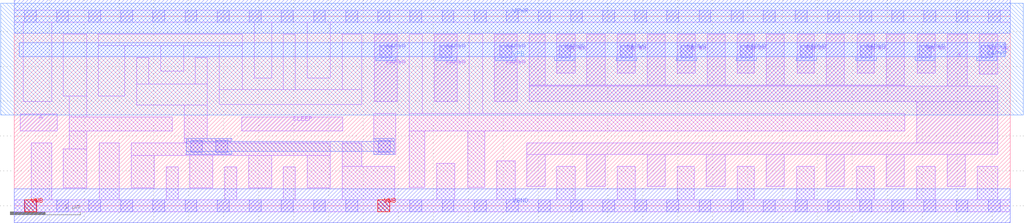
<source format=lef>
# Copyright 2020 The SkyWater PDK Authors
#
# Licensed under the Apache License, Version 2.0 (the "License");
# you may not use this file except in compliance with the License.
# You may obtain a copy of the License at
#
#     https://www.apache.org/licenses/LICENSE-2.0
#
# Unless required by applicable law or agreed to in writing, software
# distributed under the License is distributed on an "AS IS" BASIS,
# WITHOUT WARRANTIES OR CONDITIONS OF ANY KIND, either express or implied.
# See the License for the specific language governing permissions and
# limitations under the License.
#
# SPDX-License-Identifier: Apache-2.0

VERSION 5.7 ;
  NOWIREEXTENSIONATPIN ON ;
  DIVIDERCHAR "/" ;
  BUSBITCHARS "[]" ;
MACRO sky130_fd_sc_hd__lpflow_isobufsrckapwr_16
  CLASS CORE ;
  FOREIGN sky130_fd_sc_hd__lpflow_isobufsrckapwr_16 ;
  ORIGIN  0.000000  0.000000 ;
  SIZE  14.26000 BY  2.720000 ;
  SYMMETRY X Y R90 ;
  SITE unithd ;
  PIN A
    ANTENNAGATEAREA  0.247500 ;
    DIRECTION INPUT ;
    USE SIGNAL ;
    PORT
      LAYER li1 ;
        RECT 0.085000 1.075000 0.615000 1.320000 ;
    END
  END A
  PIN SLEEP
    ANTENNAGATEAREA  0.990000 ;
    DIRECTION INPUT ;
    USE SIGNAL ;
    PORT
      LAYER li1 ;
        RECT 3.260000 1.075000 4.700000 1.275000 ;
    END
  END SLEEP
  PIN X
    ANTENNADIFFAREA  3.180800 ;
    DIRECTION OUTPUT ;
    USE SIGNAL ;
    PORT
      LAYER li1 ;
        RECT  7.340000 0.280000  7.600000 0.735000 ;
        RECT  7.340000 0.735000 14.085000 0.905000 ;
        RECT  7.375000 1.495000 14.085000 1.720000 ;
        RECT  7.375000 1.720000 12.745000 1.735000 ;
        RECT  7.375000 1.735000  7.600000 2.460000 ;
        RECT  8.200000 0.280000  8.460000 0.735000 ;
        RECT  8.200000 1.735000  8.460000 2.460000 ;
        RECT  9.060000 0.280000  9.320000 0.735000 ;
        RECT  9.060000 1.735000  9.320000 2.460000 ;
        RECT  9.905000 0.280000 10.180000 0.735000 ;
        RECT  9.920000 1.735000 10.180000 2.460000 ;
        RECT 10.765000 0.280000 11.025000 0.735000 ;
        RECT 10.765000 1.735000 11.025000 2.460000 ;
        RECT 11.625000 0.280000 11.885000 0.735000 ;
        RECT 11.625000 1.735000 11.885000 2.460000 ;
        RECT 12.485000 0.280000 12.745000 0.735000 ;
        RECT 12.485000 1.735000 12.745000 2.460000 ;
        RECT 12.920000 0.905000 14.085000 1.495000 ;
        RECT 13.355000 0.280000 13.615000 0.735000 ;
        RECT 13.355000 1.720000 13.645000 2.460000 ;
    END
  END X
  PIN KAPWR
    DIRECTION INOUT ;
    SHAPE ABUTMENT ;
    USE POWER ;
    PORT
      LAYER li1 ;
        RECT 10.350000 1.905000 10.595000 2.465000 ;
      LAYER mcon ;
        RECT 10.395000 2.125000 10.565000 2.295000 ;
    END
    PORT
      LAYER li1 ;
        RECT 11.210000 1.905000 11.455000 2.465000 ;
      LAYER mcon ;
        RECT 11.255000 2.125000 11.425000 2.295000 ;
    END
    PORT
      LAYER li1 ;
        RECT 12.070000 1.905000 12.315000 2.465000 ;
      LAYER mcon ;
        RECT 12.110000 2.125000 12.280000 2.295000 ;
    END
    PORT
      LAYER li1 ;
        RECT 12.930000 1.905000 13.185000 2.465000 ;
      LAYER mcon ;
        RECT 12.960000 2.125000 13.130000 2.295000 ;
    END
    PORT
      LAYER li1 ;
        RECT 13.815000 1.890000 14.085000 2.465000 ;
      LAYER mcon ;
        RECT 13.840000 2.125000 14.010000 2.295000 ;
    END
    PORT
      LAYER li1 ;
        RECT 5.155000 1.495000 5.485000 2.465000 ;
      LAYER mcon ;
        RECT 5.235000 2.125000 5.405000 2.295000 ;
    END
    PORT
      LAYER li1 ;
        RECT 6.015000 1.495000 6.345000 2.465000 ;
      LAYER mcon ;
        RECT 6.095000 2.125000 6.265000 2.295000 ;
    END
    PORT
      LAYER li1 ;
        RECT 6.875000 1.495000 7.205000 2.465000 ;
      LAYER mcon ;
        RECT 6.950000 2.125000 7.120000 2.295000 ;
    END
    PORT
      LAYER li1 ;
        RECT 7.770000 1.905000 8.030000 2.465000 ;
      LAYER mcon ;
        RECT 7.800000 2.125000 7.970000 2.295000 ;
    END
    PORT
      LAYER li1 ;
        RECT 8.630000 1.905000 8.890000 2.465000 ;
      LAYER mcon ;
        RECT 8.680000 2.125000 8.850000 2.295000 ;
    END
    PORT
      LAYER li1 ;
        RECT 9.490000 1.905000 9.750000 2.465000 ;
      LAYER mcon ;
        RECT 9.540000 2.125000 9.710000 2.295000 ;
    END
    PORT
      LAYER met1 ;
        RECT  0.070000 2.140000 14.190000 2.340000 ;
        RECT  5.175000 2.080000  5.465000 2.140000 ;
        RECT  6.035000 2.080000  6.325000 2.140000 ;
        RECT  6.890000 2.080000  7.180000 2.140000 ;
        RECT  7.740000 2.080000  8.030000 2.140000 ;
        RECT  8.620000 2.080000  8.910000 2.140000 ;
        RECT  9.480000 2.080000  9.770000 2.140000 ;
        RECT 10.335000 2.080000 10.625000 2.140000 ;
        RECT 11.195000 2.080000 11.485000 2.140000 ;
        RECT 12.050000 2.080000 12.340000 2.140000 ;
        RECT 12.900000 2.080000 13.190000 2.140000 ;
        RECT 13.780000 2.080000 14.070000 2.140000 ;
    END
  END KAPWR
  PIN VGND
    DIRECTION INOUT ;
    SHAPE ABUTMENT ;
    USE GROUND ;
    PORT
      LAYER met1 ;
        RECT 0.000000 -0.240000 14.260000 0.240000 ;
    END
  END VGND
  PIN VNB
    DIRECTION INOUT ;
    USE GROUND ;
    PORT
      LAYER pwell ;
        RECT 0.150000 -0.085000 0.320000 0.085000 ;
    END
    PORT
      LAYER pwell ;
        RECT 5.205000 -0.085000 5.375000 0.085000 ;
    END
  END VNB
  PIN VPB
    DIRECTION INOUT ;
    USE POWER ;
    PORT
      LAYER nwell ;
        RECT -0.190000 1.305000 14.450000 2.910000 ;
    END
  END VPB
  PIN VPWR
    DIRECTION INOUT ;
    SHAPE ABUTMENT ;
    USE POWER ;
    PORT
      LAYER met1 ;
        RECT 0.000000 2.480000 14.260000 2.960000 ;
    END
  END VPWR
  OBS
    LAYER li1 ;
      RECT  0.000000 -0.085000 14.260000 0.085000 ;
      RECT  0.000000  2.635000 14.260000 2.805000 ;
      RECT  0.130000  1.495000  0.535000 2.635000 ;
      RECT  0.245000  0.085000  0.535000 0.905000 ;
      RECT  0.705000  0.255000  1.035000 0.815000 ;
      RECT  0.705000  1.575000  1.035000 2.465000 ;
      RECT  0.785000  0.815000  1.035000 1.075000 ;
      RECT  0.785000  1.075000  2.265000 1.275000 ;
      RECT  0.785000  1.275000  1.035000 1.575000 ;
      RECT  1.205000  1.575000  1.585000 2.295000 ;
      RECT  1.205000  2.295000  3.265000 2.465000 ;
      RECT  1.215000  0.085000  1.505000 0.905000 ;
      RECT  1.675000  0.255000  2.005000 0.725000 ;
      RECT  1.675000  0.725000  4.525000 0.905000 ;
      RECT  1.755000  1.445000  2.765000 1.745000 ;
      RECT  1.755000  1.745000  1.925000 2.125000 ;
      RECT  2.095000  1.935000  2.425000 2.295000 ;
      RECT  2.175000  0.085000  2.345000 0.555000 ;
      RECT  2.435000  0.905000  3.095000 0.965000 ;
      RECT  2.435000  0.965000  2.765000 1.445000 ;
      RECT  2.515000  0.255000  2.845000 0.725000 ;
      RECT  2.595000  1.745000  2.765000 2.125000 ;
      RECT  2.935000  1.455000  4.975000 1.665000 ;
      RECT  2.935000  1.665000  3.265000 2.295000 ;
      RECT  3.015000  0.085000  3.185000 0.555000 ;
      RECT  3.355000  0.255000  3.685000 0.725000 ;
      RECT  3.435000  1.835000  3.685000 2.635000 ;
      RECT  3.855000  0.085000  4.025000 0.555000 ;
      RECT  3.855000  1.665000  4.025000 2.465000 ;
      RECT  4.195000  0.255000  4.525000 0.725000 ;
      RECT  4.195000  1.835000  4.525000 2.635000 ;
      RECT  4.695000  0.085000  5.450000 0.565000 ;
      RECT  4.695000  0.565000  4.975000 0.905000 ;
      RECT  4.695000  1.665000  4.975000 2.465000 ;
      RECT  5.145000  0.735000  5.460000 1.325000 ;
      RECT  5.655000  0.265000  5.880000 1.075000 ;
      RECT  5.655000  1.075000 12.750000 1.325000 ;
      RECT  5.655000  1.325000  5.845000 2.465000 ;
      RECT  6.050000  0.085000  6.310000 0.610000 ;
      RECT  6.490000  0.265000  6.740000 1.075000 ;
      RECT  6.515000  1.325000  6.705000 2.460000 ;
      RECT  6.910000  0.085000  7.170000 0.645000 ;
      RECT  7.770000  0.085000  8.030000 0.565000 ;
      RECT  8.630000  0.085000  8.890000 0.565000 ;
      RECT  9.490000  0.085000  9.735000 0.565000 ;
      RECT 10.350000  0.085000 10.595000 0.565000 ;
      RECT 11.205000  0.085000 11.455000 0.565000 ;
      RECT 12.065000  0.085000 12.315000 0.565000 ;
      RECT 12.925000  0.085000 13.185000 0.565000 ;
      RECT 13.785000  0.085000 14.085000 0.565000 ;
    LAYER mcon ;
      RECT  0.145000 -0.085000  0.315000 0.085000 ;
      RECT  0.145000  2.635000  0.315000 2.805000 ;
      RECT  0.605000 -0.085000  0.775000 0.085000 ;
      RECT  0.605000  2.635000  0.775000 2.805000 ;
      RECT  1.065000 -0.085000  1.235000 0.085000 ;
      RECT  1.065000  2.635000  1.235000 2.805000 ;
      RECT  1.525000 -0.085000  1.695000 0.085000 ;
      RECT  1.525000  2.635000  1.695000 2.805000 ;
      RECT  1.985000 -0.085000  2.155000 0.085000 ;
      RECT  1.985000  2.635000  2.155000 2.805000 ;
      RECT  2.445000 -0.085000  2.615000 0.085000 ;
      RECT  2.445000  2.635000  2.615000 2.805000 ;
      RECT  2.525000  0.765000  2.695000 0.935000 ;
      RECT  2.885000  0.765000  3.055000 0.935000 ;
      RECT  2.905000 -0.085000  3.075000 0.085000 ;
      RECT  2.905000  2.635000  3.075000 2.805000 ;
      RECT  3.365000 -0.085000  3.535000 0.085000 ;
      RECT  3.365000  2.635000  3.535000 2.805000 ;
      RECT  3.825000 -0.085000  3.995000 0.085000 ;
      RECT  3.825000  2.635000  3.995000 2.805000 ;
      RECT  4.285000 -0.085000  4.455000 0.085000 ;
      RECT  4.285000  2.635000  4.455000 2.805000 ;
      RECT  4.745000 -0.085000  4.915000 0.085000 ;
      RECT  4.745000  2.635000  4.915000 2.805000 ;
      RECT  5.205000 -0.085000  5.375000 0.085000 ;
      RECT  5.205000  2.635000  5.375000 2.805000 ;
      RECT  5.210000  0.765000  5.380000 0.935000 ;
      RECT  5.665000 -0.085000  5.835000 0.085000 ;
      RECT  5.665000  2.635000  5.835000 2.805000 ;
      RECT  6.125000 -0.085000  6.295000 0.085000 ;
      RECT  6.125000  2.635000  6.295000 2.805000 ;
      RECT  6.585000 -0.085000  6.755000 0.085000 ;
      RECT  6.585000  2.635000  6.755000 2.805000 ;
      RECT  7.045000 -0.085000  7.215000 0.085000 ;
      RECT  7.045000  2.635000  7.215000 2.805000 ;
      RECT  7.505000 -0.085000  7.675000 0.085000 ;
      RECT  7.505000  2.635000  7.675000 2.805000 ;
      RECT  7.965000 -0.085000  8.135000 0.085000 ;
      RECT  7.965000  2.635000  8.135000 2.805000 ;
      RECT  8.425000 -0.085000  8.595000 0.085000 ;
      RECT  8.425000  2.635000  8.595000 2.805000 ;
      RECT  8.885000 -0.085000  9.055000 0.085000 ;
      RECT  8.885000  2.635000  9.055000 2.805000 ;
      RECT  9.345000 -0.085000  9.515000 0.085000 ;
      RECT  9.345000  2.635000  9.515000 2.805000 ;
      RECT  9.805000 -0.085000  9.975000 0.085000 ;
      RECT  9.805000  2.635000  9.975000 2.805000 ;
      RECT 10.265000 -0.085000 10.435000 0.085000 ;
      RECT 10.265000  2.635000 10.435000 2.805000 ;
      RECT 10.725000 -0.085000 10.895000 0.085000 ;
      RECT 10.725000  2.635000 10.895000 2.805000 ;
      RECT 11.185000 -0.085000 11.355000 0.085000 ;
      RECT 11.185000  2.635000 11.355000 2.805000 ;
      RECT 11.645000 -0.085000 11.815000 0.085000 ;
      RECT 11.645000  2.635000 11.815000 2.805000 ;
      RECT 12.105000 -0.085000 12.275000 0.085000 ;
      RECT 12.105000  2.635000 12.275000 2.805000 ;
      RECT 12.565000 -0.085000 12.735000 0.085000 ;
      RECT 12.565000  2.635000 12.735000 2.805000 ;
      RECT 13.025000 -0.085000 13.195000 0.085000 ;
      RECT 13.025000  2.635000 13.195000 2.805000 ;
      RECT 13.485000 -0.085000 13.655000 0.085000 ;
      RECT 13.485000  2.635000 13.655000 2.805000 ;
      RECT 13.945000 -0.085000 14.115000 0.085000 ;
      RECT 13.945000  2.635000 14.115000 2.805000 ;
    LAYER met1 ;
      RECT 2.465000 0.735000 3.115000 0.780000 ;
      RECT 2.465000 0.780000 5.440000 0.920000 ;
      RECT 2.465000 0.920000 3.115000 0.965000 ;
      RECT 5.150000 0.735000 5.440000 0.780000 ;
      RECT 5.150000 0.920000 5.440000 0.965000 ;
  END
END sky130_fd_sc_hd__lpflow_isobufsrckapwr_16
END LIBRARY

</source>
